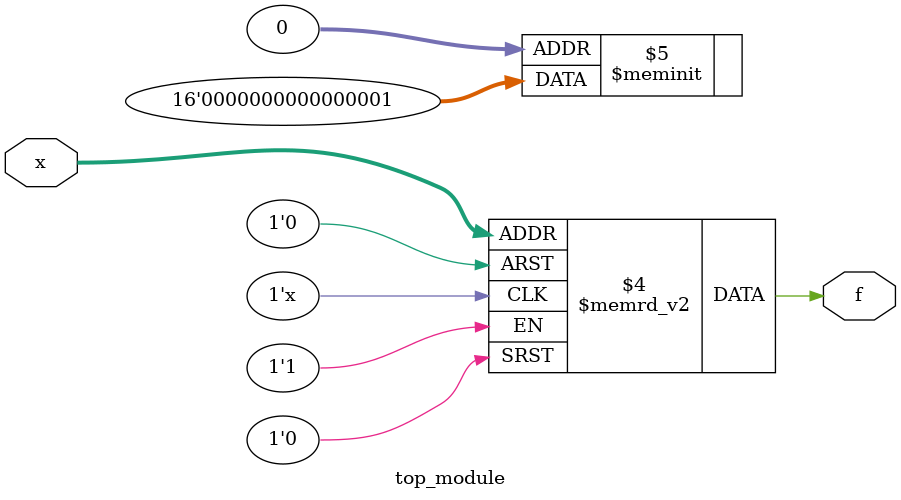
<source format=sv>
module top_module (
    input [4:1] x,
    output logic f
);
    always_comb begin
        case (x)
            4'b0000: f = 1'b1;
            4'b0001: f = 1'b0;
            4'b0010: f = 1'b0;
            4'b0011: f = 1'b0;
            4'b0100: f = 1'b0;
            4'b0101: f = 1'b0;
            4'b0110: f = 1'b0;
            4'b0111: f = 1'b0;
            4'b1000: f = 1'b0;
            4'b1001: f = 1'b0;
            4'b1010: f = 1'b0;
            4'b1011: f = 1'b0;
            4'b1100: f = 1'b0;
            4'b1101: f = 1'b0;
            4'b1110: f = 1'b0;
            4'b1111: f = 1'b0;
            default: f = 1'b0;
        endcase
    end
endmodule

</source>
